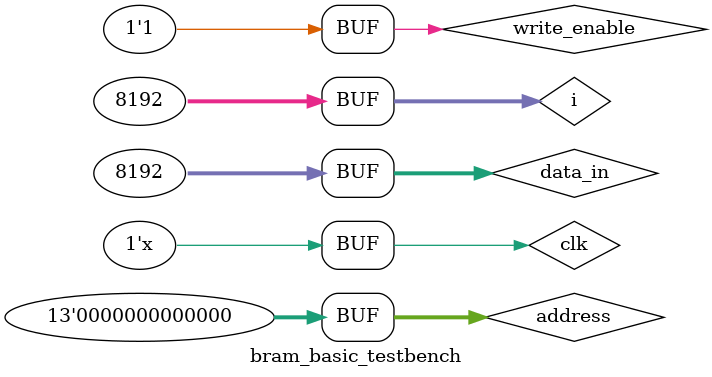
<source format=v>
`timescale 1ns / 1ps




module bram_basic_testbench();
    parameter period = 10; // 100MHz clock
    parameter ADDR_WIDTH = 13;
    parameter DATA_WIDTH = 32;
    parameter DEPTH = 8192;

    reg clk;
    reg [ADDR_WIDTH-1:0] address;
    reg write_enable;    
    reg [DATA_WIDTH-1:0] data_in;
    wire [DATA_WIDTH-1:0] data_out;
    integer i;

    initial begin
        clk = 1;
        data_in = 32'h0000;
        #(period/2) address = 13'h0000;
       
        for (i=0; i< DEPTH; i = i+1) begin
            #(period*2) address = address +1'b1; // address adds 1 every 2 periods because write and read will access the same address
            data_in = data_in+1'b1;
        end

    end
   
    initial begin
        #(period/2) write_enable = 1; // offset 90 degree
        for (i=0; i< DEPTH; i = i+1) begin
            #(period) write_enable = ~write_enable; // write enable signal period is 2x of clock's because there will be 1 write and 1 read
        end        
    end
    always begin
        #(period/2) clk = ~clk;  // timescale is 1ns so #5 provides 100MHz clock
    end


    bram bram_test (
        .i_clk(clk),
        .i_addr(address),
        .i_write(write_enable),
        .i_data(data_in),
        .o_data(data_out));

endmodule

</source>
